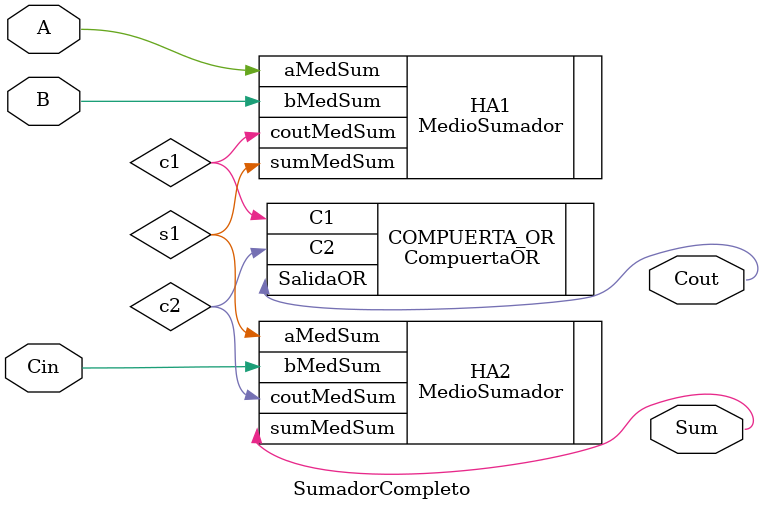
<source format=v>
module SumadorCompleto(
    input A,
    input B,
    input Cin,
    output Sum,
    output Cout
	 //Las entradas y salidas de este modulo son solo las que van a entrar y salir del sumador completo
    );
	
	//WIRE: No es ni una entrada ni una salida porque no puede estar vinculada a ningun puerto de la NEXYS 2, solo 
	//existe durante la ejecucion del codigo y sirve para poder usar algun valor internamente, su sintaxis es la 
	//siguiente:
	//wire nombreWire1; si es de 1 bit		o 		wire [n:0]nombreWire1; si es un vector de n+1 bits
	wire s1;//Esta suma sale de un medio sumador hacia el otro sumador.
	wire c1;//Este acarreo sale de un medio sumador hacia la compuerta OR.
	wire c2;//Este es el otro acarreo que sale de un medio sumador hacia la compuerta OR.

	//INSTANCIAS:
	//Debo darle un nombre a cada instancia que cree, indicar el nombre del modulo que quiero instanciar y dentro de 
	//un parentesis asignarle a todas las entradas y salidas del modulo instanciado una entrada, salida o wire de este 
	//modulo, separadas por comas una de la otra, esto hara que lo que entre o salga del otro modulo, entre, salga o se 
	//guarde en este. La sintaxis que debemos usar es la siguiente:
	
	//Nombre_Del_Modulo_Que_Queremos_Instanciar		NombreInstancia  		(
	//		.Nombre_De_La_Entrada_Del_Modulo_Instanciado(Entrada_En_Este_Modulo),
	//		.Nombre_De_La_Salida_Del_Modulo_Instanciado(Salida_En_Este_Modulo),
	
	//		.Nombre_De_La_Entrada_Del_Modulo_Instanciado(Salida_En_Este_Modulo),
	//		.Nombre_De_La_Salida_Del_Modulo_Instanciado(Entrada_En_Este_Modulo),
	
	//		.Nombre_De_La_Entrada_Del_Modulo_Instanciado(Signal_En_Este_Modulo),
	//		.Nombre_De_La_Salida_Del_Modulo_Instanciado(Signal_En_Este_Modulo)
	//);
	
	//INSTANCIAS DEL MODULO MedioSumador
	//1er Medio Sumador o Half Adder 1 (HA1)
	MedioSumador HA1(
		.aMedSum(A),     //La entrada A del 1er medio sumador se asigna a la entrada A del sumador completo.
		.bMedSum(B),     //La entrada B del 1er medio sumador se asigna a la entrada B del sumador completo.
		//Se asigna un wire cuando la salida o entrada de la instancia se usa solo internamente y no sale del 
		//diagrama de bloques que describe el TLD (Top Level Desing).
		.sumMedSum(s1),  //La salida Suma del 1er medio sumador se guarda en la singal s1 de este modulo.
		.coutMedSum(c1)  //El acarreo de salida del 1er medio sumador se guarda en la singal c1 de este modulo.
	);
	//2do Medio Sumador o Half Adder 1 (HA1)
	MedioSumador HA2(
		.aMedSum(s1),    //La entrada A del 2do medio sumador se asigna a la salida s1 de HA1 guardada en un wire.
		.bMedSum(Cin),   //La entrada B del 2do medio sumador se asigna a la entrada Cin del sumador completo.
		.sumMedSum(Sum), //La salida Suma del 2do medio sumador se asigna a la salida Sum del sumador completo.
		.coutMedSum(c2)  //El acarreo de salida del 2do medio sumador se guarda en la wire c2 de este modulo.
	);
	//INSTANCIA DEL MODULO CompuertaOR.
	//Compuerta OR que une los dos medios sumadores HA1 y HA2.
	CompuertaOR COMPUERTA_OR(
		.C1(c1),         //La entrada C1 de la compuerta OR se asigna a la salida c1 de HA1 guardada en una signal.
		.C2(c2),         //La entrada C2 de la compuerta OR se asigna a la salida c2 de HA2 guardada en una signal.
		.SalidaOR(Cout)  //La salida de la compuerta OR se asigna a la salida Cout del sumador completo.
	);
endmodule

</source>
